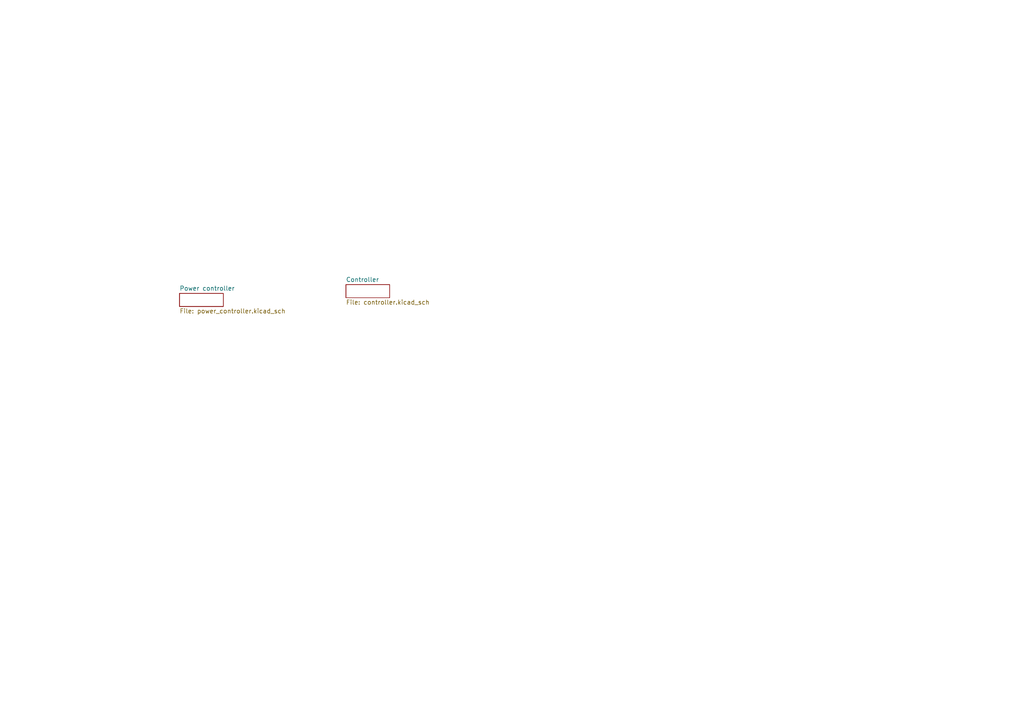
<source format=kicad_sch>
(kicad_sch
	(version 20231120)
	(generator "eeschema")
	(generator_version "8.0")
	(uuid "bb2bfe98-6e27-483c-9a1b-b3b425ec611e")
	(paper "A4")
	(lib_symbols)
	(sheet
		(at 100.33 82.55)
		(size 12.7 3.81)
		(fields_autoplaced yes)
		(stroke
			(width 0.1524)
			(type solid)
		)
		(fill
			(color 0 0 0 0.0000)
		)
		(uuid "130f64fa-73d8-4406-a141-345e7a455f04")
		(property "Sheetname" "Controller"
			(at 100.33 81.8384 0)
			(effects
				(font
					(size 1.27 1.27)
				)
				(justify left bottom)
			)
		)
		(property "Sheetfile" "controller.kicad_sch"
			(at 100.33 86.9446 0)
			(effects
				(font
					(size 1.27 1.27)
				)
				(justify left top)
			)
		)
		(instances
			(project "cx-power-control"
				(path "/bb2bfe98-6e27-483c-9a1b-b3b425ec611e"
					(page "3")
				)
			)
		)
	)
	(sheet
		(at 52.07 85.09)
		(size 12.7 3.81)
		(fields_autoplaced yes)
		(stroke
			(width 0.1524)
			(type solid)
		)
		(fill
			(color 0 0 0 0.0000)
		)
		(uuid "63c906c6-c446-498b-82c9-a4f188d8db7a")
		(property "Sheetname" "Power controller"
			(at 52.07 84.3784 0)
			(effects
				(font
					(size 1.27 1.27)
				)
				(justify left bottom)
			)
		)
		(property "Sheetfile" "power_controller.kicad_sch"
			(at 52.07 89.4846 0)
			(effects
				(font
					(size 1.27 1.27)
				)
				(justify left top)
			)
		)
		(instances
			(project "cx-power-control"
				(path "/bb2bfe98-6e27-483c-9a1b-b3b425ec611e"
					(page "2")
				)
			)
		)
	)
	(sheet_instances
		(path "/"
			(page "1")
		)
	)
)

</source>
